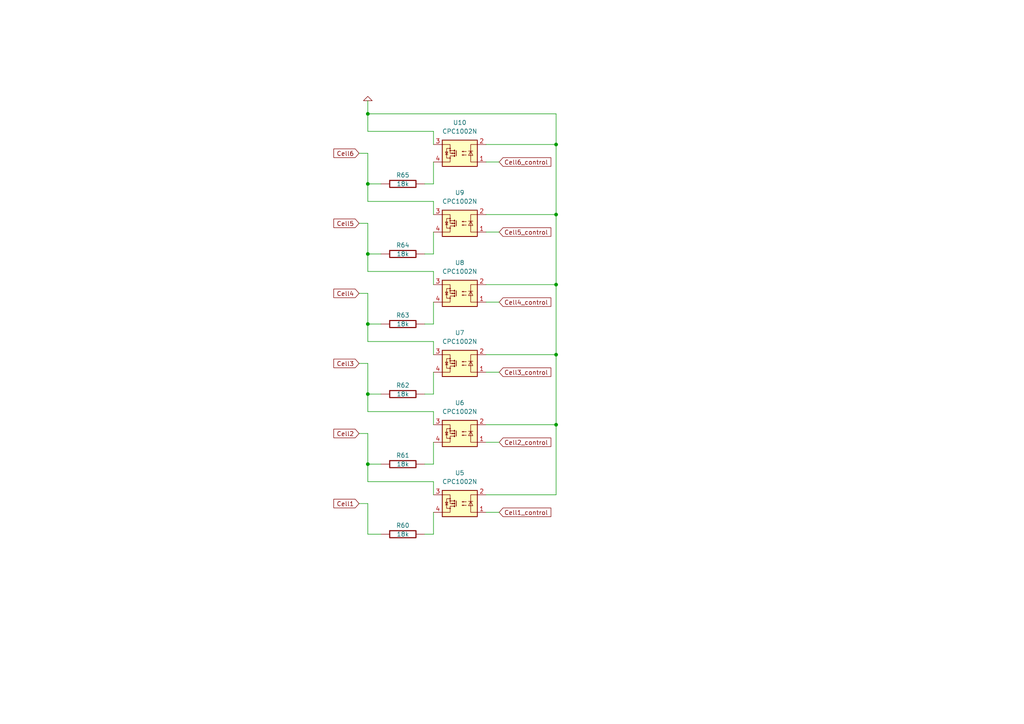
<source format=kicad_sch>
(kicad_sch (version 20250114) (generator "eeschema") (generator_version "9.0")
  (paper "A4")
  (lib_symbols
    (symbol "GND-RESCUE-BLDC_4_2" (power) (pin_names (offset 0))
      (symbol "GND-RESCUE-BLDC_4_2_0_1"
        (polyline (pts (xy -1.27 0) (xy 0 -1.27) (xy 1.27 0) (xy -1.27 0)))
      )
      (symbol "GND-RESCUE-BLDC_4_2_1_1"
        (pin power_in line (at 0 0 90) (length 0) (hide yes) (name "GND") (number "1"))
      )
    )
    (symbol "R-RESCUE-BLDC_4_29" (pin_numbers (hide yes)) (pin_names (offset 0))
      (property "Reference" "R" (at 2.032 0 90))
      (property "Value" "R-RESCUE-BLDC_4" (at 0.1778 0.0254 90))
      (symbol "R-RESCUE-BLDC_4_29_0_1"
        (rectangle (start -1.016 3.81) (end 1.016 -3.81) (stroke (width 0.3048)))
      )
      (symbol "R-RESCUE-BLDC_4_29_1_1"
        (pin passive line (at 0 6.35 270) (length 2.54) (name "~") (number "1"))
        (pin passive line (at 0 -6.35 90) (length 2.54) (name "~") (number "2"))
      )
    )
    (symbol "Relay_SolidState:CPC1002N"
      (property "Reference" "U" (at -5.08 5.08 0))
      (property "Value" "CPC1002N" (at 0 5.08 0))
      (symbol "CPC1002N_0_1"
        (rectangle (start -5.08 3.81) (end 5.08 -3.81) (stroke (width 0.254)) (fill (type background)))
        (polyline (pts (xy -5.08 2.54) (xy -3.175 2.54) (xy -3.175 -2.54) (xy -5.08 -2.54)))
        (polyline (pts (xy -3.81 -0.635) (xy -2.54 -0.635)))
        (polyline (pts (xy -3.175 -0.635) (xy -3.81 0.635) (xy -2.54 0.635) (xy -3.175 -0.635)))
        (polyline (pts (xy -1.905 0.508) (xy -0.635 0.508) (xy -1.016 0.381) (xy -1.016 0.635) (xy -0.635 0.508)))
        (polyline (pts (xy -1.905 -0.508) (xy -0.635 -0.508) (xy -1.016 -0.635) (xy -1.016 -0.381) (xy -0.635 -0.508)))
        (polyline (pts (xy 1.016 0.762) (xy 1.016 -0.762)) (stroke (width 0.2032)))
        (polyline (pts (xy 1.524 0.889) (xy 1.524 0.635) (xy 1.524 0.635)) (stroke (width 0.3556)))
        (polyline (pts (xy 1.524 0.762) (xy 2.794 0.762) (xy 2.794 2.54) (xy 5.08 2.54)))
        (polyline (pts (xy 1.524 0.127) (xy 1.524 -0.127) (xy 1.524 -0.127)) (stroke (width 0.3556)))
        (polyline (pts (xy 1.524 0) (xy 2.794 0) (xy 2.794 -2.54) (xy 5.08 -2.54)))
        (polyline (pts (xy 1.524 -0.635) (xy 1.524 -0.889) (xy 1.524 -0.889)) (stroke (width 0.3556)))
        (polyline (pts (xy 1.524 -0.762) (xy 2.794 -0.762)))
        (polyline (pts (xy 1.778 0) (xy 2.286 0.127) (xy 2.286 -0.127) (xy 1.778 0)))
        (circle (center 2.794 1.397) (radius 0.127))
        (circle (center 2.794 -0.762) (radius 0.127))
        (polyline (pts (xy 2.794 -1.397) (xy 3.81 -1.397) (xy 3.81 1.397) (xy 2.794 1.397)))
        (circle (center 2.794 -1.397) (radius 0.127))
        (polyline (pts (xy 3.429 0.381) (xy 4.191 0.381)))
        (polyline (pts (xy 3.81 0.381) (xy 3.429 -0.381) (xy 4.191 -0.381) (xy 3.81 0.381)))
      )
      (symbol "CPC1002N_1_1"
        (pin passive line (at -7.62 2.54 0) (length 2.54) (name "~") (number "1"))
        (pin passive line (at -7.62 -2.54 0) (length 2.54) (name "~") (number "2"))
        (pin passive line (at 7.62 2.54 180) (length 2.54) (name "~") (number "4"))
        (pin passive line (at 7.62 -2.54 180) (length 2.54) (name "~") (number "3"))
      )
    )
  )
  (junction (at 161.29 62.23))
  (junction (at 106.68 73.66))
  (junction (at 106.68 114.3))
  (junction (at 106.68 53.34))
  (junction (at 106.68 134.62))
  (junction (at 161.29 123.19))
  (junction (at 106.68 33.02))
  (junction (at 161.29 102.87))
  (junction (at 161.29 41.91))
  (junction (at 161.29 82.55))
  (junction (at 106.68 93.98))
  (wire (pts (xy 104.14 146.05) (xy 106.68 146.05)))
  (wire (pts (xy 106.68 85.09) (xy 106.68 93.98)))
  (wire (pts (xy 125.73 148.59) (xy 125.73 154.94)))
  (wire (pts (xy 106.68 73.66) (xy 106.68 78.74)))
  (wire (pts (xy 106.68 146.05) (xy 106.68 154.94)))
  (wire (pts (xy 125.73 114.3) (xy 123.19 114.3)))
  (wire (pts (xy 106.68 125.73) (xy 106.68 134.62)))
  (wire (pts (xy 140.97 46.99) (xy 144.78 46.99)))
  (wire (pts (xy 161.29 33.02) (xy 161.29 41.91)))
  (wire (pts (xy 125.73 143.51) (xy 125.73 139.7)))
  (wire (pts (xy 161.29 123.19) (xy 161.29 143.51)))
  (wire (pts (xy 125.73 154.94) (xy 123.19 154.94)))
  (wire (pts (xy 106.68 154.94) (xy 110.49 154.94)))
  (wire (pts (xy 106.68 29.21) (xy 106.68 33.02)))
  (wire (pts (xy 140.97 148.59) (xy 144.78 148.59)))
  (wire (pts (xy 125.73 134.62) (xy 123.19 134.62)))
  (wire (pts (xy 106.68 53.34) (xy 110.49 53.34)))
  (wire (pts (xy 161.29 102.87) (xy 161.29 123.19)))
  (wire (pts (xy 161.29 82.55) (xy 161.29 102.87)))
  (wire (pts (xy 106.68 44.45) (xy 106.68 53.34)))
  (wire (pts (xy 104.14 44.45) (xy 106.68 44.45)))
  (wire (pts (xy 125.73 82.55) (xy 125.73 78.74)))
  (wire (pts (xy 140.97 123.19) (xy 161.29 123.19)))
  (wire (pts (xy 125.73 53.34) (xy 123.19 53.34)))
  (wire (pts (xy 161.29 41.91) (xy 161.29 62.23)))
  (wire (pts (xy 106.68 64.77) (xy 106.68 73.66)))
  (wire (pts (xy 125.73 38.1) (xy 106.68 38.1)))
  (wire (pts (xy 104.14 125.73) (xy 106.68 125.73)))
  (wire (pts (xy 125.73 73.66) (xy 123.19 73.66)))
  (wire (pts (xy 106.68 33.02) (xy 161.29 33.02)))
  (wire (pts (xy 140.97 67.31) (xy 144.78 67.31)))
  (wire (pts (xy 140.97 82.55) (xy 161.29 82.55)))
  (wire (pts (xy 140.97 62.23) (xy 161.29 62.23)))
  (wire (pts (xy 125.73 93.98) (xy 123.19 93.98)))
  (wire (pts (xy 125.73 78.74) (xy 106.68 78.74)))
  (wire (pts (xy 125.73 123.19) (xy 125.73 119.38)))
  (wire (pts (xy 125.73 67.31) (xy 125.73 73.66)))
  (wire (pts (xy 104.14 105.41) (xy 106.68 105.41)))
  (wire (pts (xy 106.68 33.02) (xy 106.68 38.1)))
  (wire (pts (xy 106.68 93.98) (xy 110.49 93.98)))
  (wire (pts (xy 104.14 85.09) (xy 106.68 85.09)))
  (wire (pts (xy 125.73 99.06) (xy 106.68 99.06)))
  (wire (pts (xy 140.97 87.63) (xy 144.78 87.63)))
  (wire (pts (xy 125.73 87.63) (xy 125.73 93.98)))
  (wire (pts (xy 106.68 53.34) (xy 106.68 58.42)))
  (wire (pts (xy 125.73 41.91) (xy 125.73 38.1)))
  (wire (pts (xy 125.73 46.99) (xy 125.73 53.34)))
  (wire (pts (xy 140.97 128.27) (xy 144.78 128.27)))
  (wire (pts (xy 125.73 139.7) (xy 106.68 139.7)))
  (wire (pts (xy 106.68 134.62) (xy 110.49 134.62)))
  (wire (pts (xy 106.68 114.3) (xy 110.49 114.3)))
  (wire (pts (xy 104.14 64.77) (xy 106.68 64.77)))
  (wire (pts (xy 106.68 73.66) (xy 110.49 73.66)))
  (wire (pts (xy 161.29 62.23) (xy 161.29 82.55)))
  (wire (pts (xy 106.68 105.41) (xy 106.68 114.3)))
  (wire (pts (xy 106.68 134.62) (xy 106.68 139.7)))
  (wire (pts (xy 125.73 58.42) (xy 106.68 58.42)))
  (wire (pts (xy 140.97 143.51) (xy 161.29 143.51)))
  (wire (pts (xy 125.73 102.87) (xy 125.73 99.06)))
  (wire (pts (xy 125.73 119.38) (xy 106.68 119.38)))
  (wire (pts (xy 140.97 107.95) (xy 144.78 107.95)))
  (wire (pts (xy 125.73 62.23) (xy 125.73 58.42)))
  (wire (pts (xy 140.97 41.91) (xy 161.29 41.91)))
  (wire (pts (xy 125.73 107.95) (xy 125.73 114.3)))
  (wire (pts (xy 125.73 128.27) (xy 125.73 134.62)))
  (wire (pts (xy 106.68 114.3) (xy 106.68 119.38)))
  (wire (pts (xy 140.97 102.87) (xy 161.29 102.87)))
  (wire (pts (xy 106.68 93.98) (xy 106.68 99.06)))
  (global_label "Cell2" (shape input) (at 104.14 125.73 180) (property "Intersheetrefs" "${INTERSHEET_REFS}" (effects (hide yes))))
  (global_label "Cell1_control" (shape input) (at 144.78 148.59 0) (property "Intersheetrefs" "${INTERSHEET_REFS}" (effects (hide yes))))
  (global_label "Cell3_control" (shape input) (at 144.78 107.95 0) (property "Intersheetrefs" "${INTERSHEET_REFS}" (effects (hide yes))))
  (global_label "Cell5_control" (shape input) (at 144.78 67.31 0) (property "Intersheetrefs" "${INTERSHEET_REFS}" (effects (hide yes))))
  (global_label "Cell3" (shape input) (at 104.14 105.41 180) (property "Intersheetrefs" "${INTERSHEET_REFS}" (effects (hide yes))))
  (global_label "Cell4" (shape input) (at 104.14 85.09 180) (property "Intersheetrefs" "${INTERSHEET_REFS}" (effects (hide yes))))
  (global_label "Cell1" (shape input) (at 104.14 146.05 180) (property "Intersheetrefs" "${INTERSHEET_REFS}" (effects (hide yes))))
  (global_label "Cell5" (shape input) (at 104.14 64.77 180) (property "Intersheetrefs" "${INTERSHEET_REFS}" (effects (hide yes))))
  (global_label "Cell6_control" (shape input) (at 144.78 46.99 0) (property "Intersheetrefs" "${INTERSHEET_REFS}" (effects (hide yes))))
  (global_label "Cell6" (shape input) (at 104.14 44.45 180) (property "Intersheetrefs" "${INTERSHEET_REFS}" (effects (hide yes))))
  (global_label "Cell4_control" (shape input) (at 144.78 87.63 0) (property "Intersheetrefs" "${INTERSHEET_REFS}" (effects (hide yes))))
  (global_label "Cell2_control" (shape input) (at 144.78 128.27 0) (property "Intersheetrefs" "${INTERSHEET_REFS}" (effects (hide yes))))
  (symbol (lib_id "Relay_SolidState:CPC1002N") (at 133.35 64.77 180) (unit 1)
    (property "Reference" "U9" (at 133.35 55.88 0))
    (property "Value" "CPC1002N" (at 133.35 58.42 0))
    (property "Footprint" "Package_SO:SOP-4_3.8x4.1mm_P2.54mm" (effects (hide yes)))
    (property "Datasheet" "http://www.ixysic.com/home/pdfs.nsf/www/CPC1002N.pdf/$file/CPC1002N.pdf" (effects (hide yes)))
    (property "Description" "Form A, Solid State Relay (Photo MOSFET) 60V, 0.7A, 0.55Ohm, SOP-4" (effects (hide yes)))
  )
  (symbol (lib_name "R-RESCUE-BLDC_4_29") (lib_id "BLDC_4-rescue:R-RESCUE-BLDC_4") (at 116.84 93.98 270) (unit 1)
    (property "Reference" "R63" (at 116.84 91.44 90))
    (property "Value" "18k" (at 116.84 93.98 90))
    (property "Footprint" "CRF1:SMD-0603_r" (effects (hide yes)))
  )
  (symbol (lib_id "Relay_SolidState:CPC1002N") (at 133.35 105.41 180) (unit 1)
    (property "Reference" "U7" (at 133.35 96.52 0))
    (property "Value" "CPC1002N" (at 133.35 99.06 0))
    (property "Footprint" "Package_SO:SOP-4_3.8x4.1mm_P2.54mm" (effects (hide yes)))
    (property "Datasheet" "http://www.ixysic.com/home/pdfs.nsf/www/CPC1002N.pdf/$file/CPC1002N.pdf" (effects (hide yes)))
    (property "Description" "Form A, Solid State Relay (Photo MOSFET) 60V, 0.7A, 0.55Ohm, SOP-4" (effects (hide yes)))
  )
  (symbol (lib_name "R-RESCUE-BLDC_4_29") (lib_id "BLDC_4-rescue:R-RESCUE-BLDC_4") (at 116.84 73.66 270) (unit 1)
    (property "Reference" "R64" (at 116.84 71.12 90))
    (property "Value" "18k" (at 116.84 73.66 90))
    (property "Footprint" "CRF1:SMD-0603_r" (effects (hide yes)))
  )
  (symbol (lib_id "Relay_SolidState:CPC1002N") (at 133.35 146.05 180) (unit 1)
    (property "Reference" "U5" (at 133.35 137.16 0))
    (property "Value" "CPC1002N" (at 133.35 139.7 0))
    (property "Footprint" "Package_SO:SOP-4_3.8x4.1mm_P2.54mm" (effects (hide yes)))
    (property "Datasheet" "http://www.ixysic.com/home/pdfs.nsf/www/CPC1002N.pdf/$file/CPC1002N.pdf" (effects (hide yes)))
    (property "Description" "Form A, Solid State Relay (Photo MOSFET) 60V, 0.7A, 0.55Ohm, SOP-4" (effects (hide yes)))
  )
  (symbol (lib_id "Relay_SolidState:CPC1002N") (at 133.35 44.45 180) (unit 1)
    (property "Reference" "U10" (at 133.35 35.56 0))
    (property "Value" "CPC1002N" (at 133.35 38.1 0))
    (property "Footprint" "Package_SO:SOP-4_3.8x4.1mm_P2.54mm" (effects (hide yes)))
    (property "Datasheet" "http://www.ixysic.com/home/pdfs.nsf/www/CPC1002N.pdf/$file/CPC1002N.pdf" (effects (hide yes)))
    (property "Description" "Form A, Solid State Relay (Photo MOSFET) 60V, 0.7A, 0.55Ohm, SOP-4" (effects (hide yes)))
  )
  (symbol (lib_name "R-RESCUE-BLDC_4_29") (lib_id "BLDC_4-rescue:R-RESCUE-BLDC_4") (at 116.84 53.34 270) (unit 1)
    (property "Reference" "R65" (at 116.84 50.8 90))
    (property "Value" "18k" (at 116.84 53.34 90))
    (property "Footprint" "CRF1:SMD-0603_r" (effects (hide yes)))
  )
  (symbol (lib_id "Relay_SolidState:CPC1002N") (at 133.35 125.73 180) (unit 1)
    (property "Reference" "U6" (at 133.35 116.84 0))
    (property "Value" "CPC1002N" (at 133.35 119.38 0))
    (property "Footprint" "Package_SO:SOP-4_3.8x4.1mm_P2.54mm" (effects (hide yes)))
    (property "Datasheet" "http://www.ixysic.com/home/pdfs.nsf/www/CPC1002N.pdf/$file/CPC1002N.pdf" (effects (hide yes)))
    (property "Description" "Form A, Solid State Relay (Photo MOSFET) 60V, 0.7A, 0.55Ohm, SOP-4" (effects (hide yes)))
  )
  (symbol (lib_id "Relay_SolidState:CPC1002N") (at 133.35 85.09 180) (unit 1)
    (property "Reference" "U8" (at 133.35 76.2 0))
    (property "Value" "CPC1002N" (at 133.35 78.74 0))
    (property "Footprint" "Package_SO:SOP-4_3.8x4.1mm_P2.54mm" (effects (hide yes)))
    (property "Datasheet" "http://www.ixysic.com/home/pdfs.nsf/www/CPC1002N.pdf/$file/CPC1002N.pdf" (effects (hide yes)))
    (property "Description" "Form A, Solid State Relay (Photo MOSFET) 60V, 0.7A, 0.55Ohm, SOP-4" (effects (hide yes)))
  )
  (symbol (lib_name "R-RESCUE-BLDC_4_29") (lib_id "BLDC_4-rescue:R-RESCUE-BLDC_4") (at 116.84 154.94 270) (unit 1)
    (property "Reference" "R60" (at 116.84 152.4 90))
    (property "Value" "18k" (at 116.84 154.94 90))
    (property "Footprint" "CRF1:SMD-0603_r" (effects (hide yes)))
  )
  (symbol (lib_name "R-RESCUE-BLDC_4_29") (lib_id "BLDC_4-rescue:R-RESCUE-BLDC_4") (at 116.84 114.3 270) (unit 1)
    (property "Reference" "R62" (at 116.84 111.76 90))
    (property "Value" "18k" (at 116.84 114.3 90))
    (property "Footprint" "CRF1:SMD-0603_r" (effects (hide yes)))
  )
  (symbol (lib_name "GND-RESCUE-BLDC_4_2") (lib_id "BLDC_4-rescue:GND-RESCUE-BLDC_4") (at 106.68 29.21 180) (unit 1)
    (property "Reference" "#PWR070" (effects (hide yes)))
    (property "Value" "GND" (effects (hide yes)))
  )
  (symbol (lib_name "R-RESCUE-BLDC_4_29") (lib_id "BLDC_4-rescue:R-RESCUE-BLDC_4") (at 116.84 134.62 270) (unit 1)
    (property "Reference" "R61" (at 116.84 132.08 90))
    (property "Value" "18k" (at 116.84 134.62 90))
    (property "Footprint" "CRF1:SMD-0603_r" (effects (hide yes)))
  )
)
</source>
